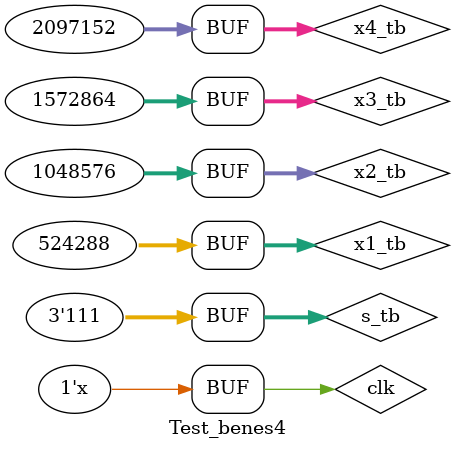
<source format=v>
`timescale 1ns / 1ps
module benes4#(	
//Parameterized values
	parameter Q = 15,
	parameter N = 32,
	parameter m=3
	)(
	
input [N-1:0] x1,x2,x3,x4,
output [N-1:0] y1,y2,y3,y4,
	
//output [N-1:0] yin1,yin2,yin3,yin4,
//input [N-1:0] xin1,xin2,xin3,xin4,
input [m-1:0] s
);

wire [N-1:0] l0,l1,l2,l3;
wire [N-1:0] m0,m1,m2,m3;

//reg [N-1:0] x1,x2,x3,x4;
//wire [N-1:0] y1,y2,y3,y4;

crbar2 c0(.x1(x1),.x2(x2),.y1(l0),.y2(l1),.s(s[m-1])); 
crbar2 c1(.x1(x3),.x2(x4),.y1(l2),.y2(l3),.s(s[m-1])); 

crbar2 c2(.x1(l0),.x2(l2),.y1(m0),.y2(m1),.s(s[m-1 -1])); 
crbar2 c3(.x1(l1),.x2(l3),.y1(m2),.y2(m3),.s(s[m-1 -1])); 

crbar2 c4(.x1(m0),.x2(m2),.y1(y1),.y2(y2),.s(s[m-1-2])); 
crbar2 c5(.x1(m1),.x2(m3),.y1(y3),.y2(y4),.s(s[m-1-2])); 

//initial begin
//
//x1= xin1;
//x2= xin2;
//x3= xin3;
//x4= xin4;
//end
//
//
//assign yin1=y1;
//assign yin2=y2;
//assign yin3=y3;
//assign yin4=y4;
endmodule




module Test_benes4;
reg clk;
reg [2:0] s_tb;
reg [31:0] x1_tb,x2_tb,x3_tb,x4_tb;
wire [31:0] y1_tb,y2_tb,y3_tb,y4_tb;

benes4#(19,32,3) b
(
	
//	.yin1(y1_tb),.yin2(y2_tb),.yin3(y3_tb),.yin4(y4_tb),
//	.xin1(x1_tb),.xin2(x2_tb),.xin3(x3_tb),.xin4(x4_tb),
//	.s(s_tb)

	.y1(y1_tb),.y2(y2_tb),.y3(y3_tb),.y4(y4_tb),
	.x1(x1_tb),.x2(x2_tb),.x3(x3_tb),.x4(x4_tb),
	.s(s_tb)

);

always #10 clk=~clk;

initial begin 
clk=1'b0;


x1_tb=32'b00000000000010000000000000000000;
x2_tb=32'b00000000000100000000000000000000;
x3_tb=32'b00000000000110000000000000000000;
x4_tb=32'b00000000001000000000000000000000;



//#10 s_tb=000;
//#10 s_tb=010;
//#10 s_tb=101;
#10 s_tb=111;
//#10 s_tb=000;
//#10 s_tb=010;
//#10 s_tb=101;
//#10 s_tb=111;
//#10 s_tb=000;
//#10 s_tb=010;
//#10 s_tb=101;
//#10 s_tb=111;
//#10 s_tb=000;
//#10 s_tb=010;
//#10 s_tb=101;
//#10 s_tb=111;
//#10 s_tb=000;
//#10 s_tb=010;
//#10 s_tb=101;
//#10 s_tb=111;
//#10 s_tb=000;
//#10 s_tb=010;
//#10 s_tb=101;
//#10 s_tb=111;
//#10 s_tb=000;
//#10 s_tb=010;
//#10 s_tb=101;
//#10 s_tb=111;
//#10 s_tb=000;
//#10 s_tb=010;
//#10 s_tb=101;
//#10 s_tb=111;
//#10 s_tb=000;
//#10 s_tb=010;
//#10 s_tb=101;
//#10 s_tb=111;
//#10 s_tb=000;
//#10 s_tb=010;
//#10 s_tb=101;
//#10 s_tb=111;
//#10 s_tb=000;
//#10 s_tb=010;
//#10 s_tb=101;
//#10 s_tb=111;
//#10 s_tb=000;
//#10 s_tb=010;
//#10 s_tb=101;
//#10 s_tb=111;
//#10 s_tb=000;
//#10 s_tb=010;
//#10 s_tb=101;
//#10 s_tb=111;
//#10 s_tb=000;
//#10 s_tb=010;
//#10 s_tb=101;
//#10 s_tb=111;
//#10 s_tb=000;
//#10 s_tb=010;
//#10 s_tb=101;
//#10 s_tb=111;
//#10 s_tb=000;
//#10 s_tb=010;
//#10 s_tb=101;
//#10 s_tb=111;
//#10 s_tb=000;
//#10 s_tb=010;
//#10 s_tb=101;
//#10 s_tb=111;
//#10 s_tb=000;
//#10 s_tb=010;
//#10 s_tb=101;
//#10 s_tb=111;
//#10 s_tb=000;
//#10 s_tb=010;
//#10 s_tb=101;
//#10 s_tb=111;
//#10 s_tb=000;
//#10 s_tb=010;
//#10 s_tb=101;
//#10 s_tb=111;
//#10 s_tb=000;
//#10 s_tb=010;
//#10 s_tb=101;
//#10 s_tb=111;
//#10 s_tb=000;
//#10 s_tb=010;
//#10 s_tb=101;
//#10 s_tb=111;
//#10 s_tb=000;
//#10 s_tb=010;
//#10 s_tb=101;
//#10 s_tb=111;
//#10 s_tb=000;
//#10 s_tb=010;
//#10 s_tb=101;
//#10 s_tb=111;
//#10 s_tb=000;
//#10 s_tb=010;
//#10 s_tb=101;
//#10 s_tb=111;
//#10 s_tb=000;
//#10 s_tb=010;
//#10 s_tb=101;
//#10 s_tb=111;
//#10 s_tb=000;
//#10 s_tb=010;
//#10 s_tb=101;
//#10 s_tb=111;

end 

endmodule
</source>
